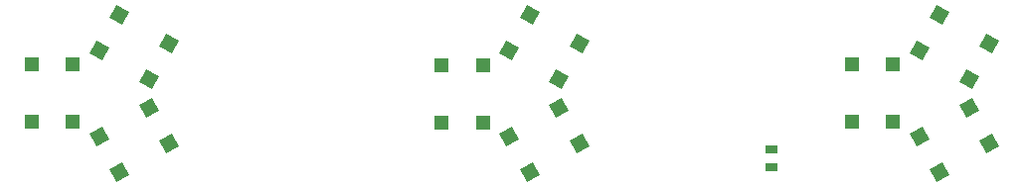
<source format=gtp>
%FSLAX25Y25*%
%MOIN*%
G70*
G01*
G75*
G04 Layer_Color=8421504*
%ADD10R,0.05906X0.05906*%
%ADD11P,0.08352X4X195.0*%
%ADD12P,0.08352X4X75.0*%
%ADD13R,0.05000X0.04000*%
%ADD14C,0.02500*%
%ADD15C,0.16500*%
%ADD16C,0.04000*%
%ADD17R,0.08000X0.05000*%
%ADD18R,0.12205X0.17716*%
%ADD19C,0.05000*%
%ADD20C,0.01000*%
%ADD21C,0.01200*%
%ADD22R,0.04906X0.04906*%
%ADD23P,0.06937X4X195.0*%
%ADD24P,0.06937X4X75.0*%
%ADD25R,0.04000X0.03000*%
D22*
X876110Y1008646D02*
D03*
X889890D02*
D03*
X876110Y989354D02*
D03*
X889890D02*
D03*
X1013610Y1008146D02*
D03*
X1027390D02*
D03*
X1013610Y988854D02*
D03*
X1027390D02*
D03*
X1151110Y1008646D02*
D03*
X1164890D02*
D03*
X1151110Y989354D02*
D03*
X1164890D02*
D03*
D23*
X922298Y1015644D02*
D03*
X915409Y1003710D02*
D03*
X905591Y1025290D02*
D03*
X898702Y1013356D02*
D03*
X1059798Y1015644D02*
D03*
X1052909Y1003710D02*
D03*
X1043091Y1025290D02*
D03*
X1036202Y1013356D02*
D03*
X1197298Y1015644D02*
D03*
X1190409Y1003710D02*
D03*
X1180591Y1025290D02*
D03*
X1173702Y1013356D02*
D03*
D24*
X905591Y972211D02*
D03*
X898702Y984144D02*
D03*
X922298Y981856D02*
D03*
X915409Y993789D02*
D03*
X1036202Y984144D02*
D03*
X1059798Y981856D02*
D03*
X1052909Y993789D02*
D03*
X1180591Y972211D02*
D03*
X1173702Y984144D02*
D03*
X1197298Y981856D02*
D03*
X1190409Y993789D02*
D03*
X1043091Y972211D02*
D03*
D25*
X1124000Y980000D02*
D03*
Y974000D02*
D03*
M02*

</source>
